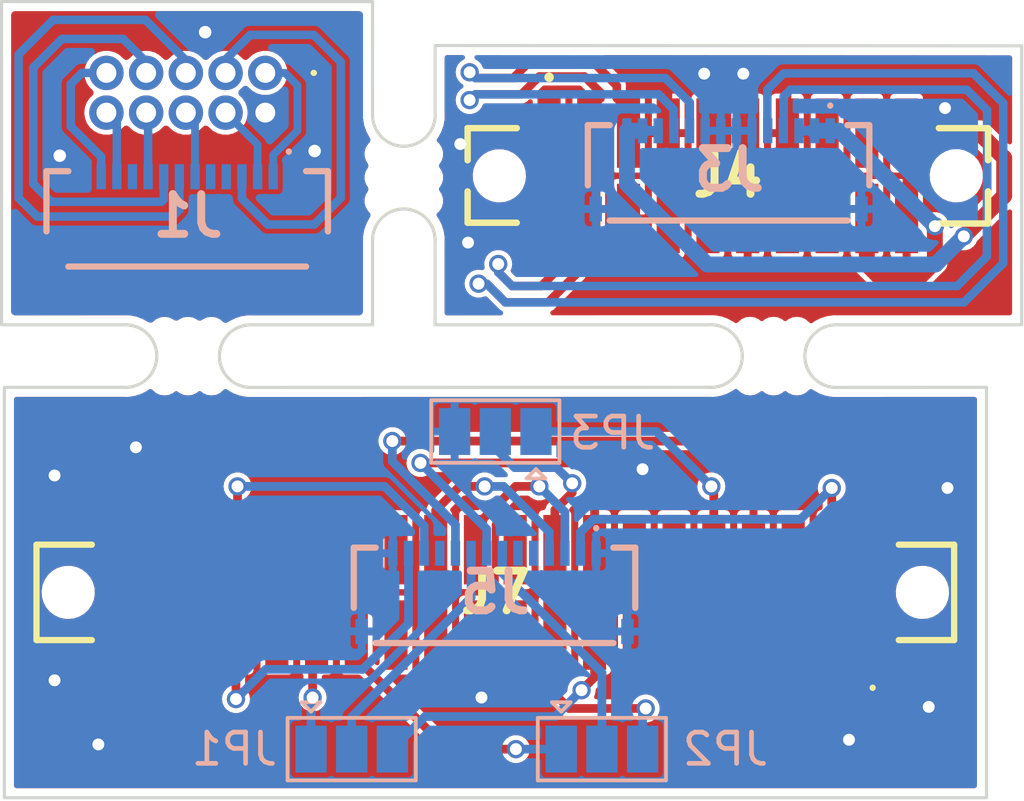
<source format=kicad_pcb>
(kicad_pcb (version 20221018) (generator pcbnew)
  (layers (0 "F.Cu" signal) (31 "B.Cu" signal) (34 "B.Paste" user) (35 "F.Paste" user) (36 "B.SilkS" user "B.Silkscreen") (37 "F.SilkS" user "F.Silkscreen") (38 "B.Mask" user) (39 "F.Mask" user) (44 "Edge.Cuts" user))
  (net 0 "")
  (net 1 "GND")
  (net 2 "DAC0")
  (net 3 "RX")
  (net 4 "TX")
  (net 7 "JETSON_RX")
  (net 8 "JETSON_XCK")
  (net 9 "JETSON_TX")
  (net 10 "AIN5")
  (net 12 "SDA2_JETSON")
  (net 13 "SCL2_JETSON")
  (net 14 "Net-(J3-Pad1)")
  (net 15 "/P2+")
  (net 16 "/P2-")
  (net 17 "/P1-")
  (net 18 "/P1+")
  (net 19 "Net-(J3-Pad12)")
  (net 28 "DAC0_1")
  (net 29 "RX_1")
  (net 30 "TX_1")
  (net 33 "JETSON_RX_1")
  (net 34 "JETSON_XCK_1")
  (net 35 "JETSON_TX_1")
  (net 36 "AIN5_1")
  (net 38 "SDA2_JETSON_1")
  (net 39 "SCL2_JETSON_1")
  (net 43 "Net-(JP3-A)")
  (net 48 "Net-(JP1-B)")
  (net 49 "Net-(JP2-B)")
  (net 50 "Net-(JP3-C)")
  (net 57 "Net-(JP2-A)")
  (net 59 "Net-(JP1-A)")
  (net 69 "GND2")
  (net 70 "GND1")
  (footprint "Panelization:mouse-bite-2mm-slot" (layer "F.Cu") (at 172.83 62.42206)
    (fp_text reference "mouse-bite-2mm-slot" hide)
    (fp_text value "VAL**" hide)
    (pad "" np_thru_hole circle (at -0.75 -0.75) (size 0.5 0.5) (drill 0.5) (layers "*.Cu" "*.Mask"))
    (pad "" np_thru_hole circle (at -0.75 0.75) (size 0.5 0.5) (drill 0.5) (layers "*.Cu" "*.Mask"))
    (pad "" np_thru_hole circle (at 0 -0.75) (size 0.5 0.5) (drill 0.5) (layers "*.Cu" "*.Mask"))
    (pad "" np_thru_hole circle (at 0 0.75) (size 0.5 0.5) (drill 0.5) (layers "*.Cu" "*.Mask"))
    (pad "" np_thru_hole circle (at 0.75 -0.75) (size 0.5 0.5) (drill 0.5) (layers "*.Cu" "*.Mask"))
    (pad "" np_thru_hole circle (at 0.75 0.75) (size 0.5 0.5) (drill 0.5) (layers "*.Cu" "*.Mask"))
  )
  (footprint "Panelization:mouse-bite-2mm-slot" (layer "F.Cu") (at 161.01 56.71 90)
    (fp_text reference "mouse-bite-2mm-slot" hide)
    (fp_text value "VAL**" hide)
    (pad "" np_thru_hole circle (at -0.75 -0.75 90) (size 0.5 0.5) (drill 0.5) (layers "F&B.Cu" "*.Mask"))
    (pad "" np_thru_hole circle (at -0.75 0.75 90) (size 0.5 0.5) (drill 0.5) (layers "F&B.Cu" "*.Mask"))
    (pad "" np_thru_hole circle (at 0 -0.75 90) (size 0.5 0.5) (drill 0.5) (layers "F&B.Cu" "*.Mask"))
    (pad "" np_thru_hole circle (at 0 0.75 90) (size 0.5 0.5) (drill 0.5) (layers "F&B.Cu" "*.Mask"))
    (pad "" np_thru_hole circle (at 0.75 -0.75 90) (size 0.5 0.5) (drill 0.5) (layers "F&B.Cu" "*.Mask"))
    (pad "" np_thru_hole circle (at 0.75 0.75 90) (size 0.5 0.5) (drill 0.5) (layers "F&B.Cu" "*.Mask"))
  )
  (footprint "Panelization:mouse-bite-2mm-slot" (layer "F.Cu") (at 154.108858 62.42206)
    (fp_text reference "mouse-bite-2mm-slot" hide)
    (fp_text value "VAL**" hide)
    (pad "" np_thru_hole circle (at -0.75 -0.75) (size 0.5 0.5) (drill 0.5) (layers "F&B.Cu" "*.Mask"))
    (pad "" np_thru_hole circle (at -0.75 0.75) (size 0.5 0.5) (drill 0.5) (layers "F&B.Cu" "*.Mask"))
    (pad "" np_thru_hole circle (at 0 -0.75) (size 0.5 0.5) (drill 0.5) (layers "F&B.Cu" "*.Mask"))
    (pad "" np_thru_hole circle (at 0 0.75) (size 0.5 0.5) (drill 0.5) (layers "F&B.Cu" "*.Mask"))
    (pad "" np_thru_hole circle (at 0.75 -0.75) (size 0.5 0.5) (drill 0.5) (layers "F&B.Cu" "*.Mask"))
    (pad "" np_thru_hole circle (at 0.75 0.75) (size 0.5 0.5) (drill 0.5) (layers "F&B.Cu" "*.Mask"))
  )
  (footprint "SamacSys_Parts:SFM11002LDLCK" (layer "F.Cu") (at 171.368958 56.65597 180)
    (fp_text reference "J4" (at 0 0) (layer "F.SilkS") (effects (font (size 1.27 1.27) (thickness 0.254))))
    (fp_text value "SFM-110-02-L-D-LC-K" hide)
    (pad "" np_thru_hole circle (at -7.305 0 180) (size 1.19 1.19) (drill 1.19) (layers "*.Cu" "*.Mask"))
    (pad "" np_thru_hole circle (at 7.305 0 180) (size 1.19 1.19) (drill 1.19) (layers "*.Cu" "*.Mask"))
    (pad "1" smd rect (at 5.715 1.365 180) (size 0.74 2.22) (layers "F.Cu" "F.Paste" "F.Mask") (net 69 "GND2"))
    (pad "2" smd rect (at 5.715 -1.365 180) (size 0.74 2.22) (layers "F.Cu" "F.Paste" "F.Mask") (net 15 "/P2+"))
    (pad "3" smd rect (at 4.445 1.365 180) (size 0.74 2.22) (layers "F.Cu" "F.Paste" "F.Mask") (net 18 "/P1+"))
    (pad "4" smd rect (at 4.445 -1.365 180) (size 0.74 2.22) (layers "F.Cu" "F.Paste" "F.Mask") (net 16 "/P2-"))
    (pad "5" smd rect (at 3.175 1.365 180) (size 0.74 2.22) (layers "F.Cu" "F.Paste" "F.Mask") (net 17 "/P1-"))
    (pad "6" smd rect (at 3.175 -1.365 180) (size 0.74 2.22) (layers "F.Cu" "F.Paste" "F.Mask") (net 69 "GND2"))
    (pad "7" smd rect (at 1.905 1.365 180) (size 0.74 2.22) (layers "F.Cu" "F.Paste" "F.Mask") (net 69 "GND2"))
    (pad "8" smd rect (at 1.905 -1.365 180) (size 0.74 2.22) (layers "F.Cu" "F.Paste" "F.Mask"))
    (pad "9" smd rect (at 0.635 1.365 180) (size 0.74 2.22) (layers "F.Cu" "F.Paste" "F.Mask"))
    (pad "10" smd rect (at 0.635 -1.365 180) (size 0.74 2.22) (layers "F.Cu" "F.Paste" "F.Mask"))
    (pad "11" smd rect (at -0.635 1.365 180) (size 0.74 2.22) (layers "F.Cu" "F.Paste" "F.Mask"))
    (pad "12" smd rect (at -0.635 -1.365 180) (size 0.74 2.22) (layers "F.Cu" "F.Paste" "F.Mask") (net 69 "GND2"))
    (pad "13" smd rect (at -1.905 1.365 180) (size 0.74 2.22) (layers "F.Cu" "F.Paste" "F.Mask") (net 69 "GND2"))
    (pad "14" smd rect (at -1.905 -1.365 180) (size 0.74 2.22) (layers "F.Cu" "F.Paste" "F.Mask"))
    (pad "15" smd rect (at -3.175 1.365 180) (size 0.74 2.22) (layers "F.Cu" "F.Paste" "F.Mask"))
    (pad "16" smd rect (at -3.175 -1.365 180) (size 0.74 2.22) (layers "F.Cu" "F.Paste" "F.Mask"))
    (pad "17" smd rect (at -4.445 1.365 180) (size 0.74 2.22) (layers "F.Cu" "F.Paste" "F.Mask"))
    (pad "18" smd rect (at -4.445 -1.365 180) (size 0.74 2.22) (layers "F.Cu" "F.Paste" "F.Mask") (net 14 "Net-(J3-Pad1)"))
    (pad "19" smd rect (at -5.715 1.365 180) (size 0.74 2.22) (layers "F.Cu" "F.Paste" "F.Mask") (net 19 "Net-(J3-Pad12)"))
    (pad "20" smd rect (at -5.715 -1.365 180) (size 0.74 2.22) (layers "F.Cu" "F.Paste" "F.Mask") (net 69 "GND2"))
  )
  (footprint "SamacSys_Parts:TFML10501LDRA" (layer "F.Cu") (at 156.581258 53.366208)
    (fp_text reference "J2" hide)
    (fp_text value "TFML-105-01-L-D-RA" hide)
    (pad "1" thru_hole circle (at 0 0) (size 1.1 1.1) (drill 0.635) (layers "*.Cu" "*.Mask") (net 2 "DAC0"))
    (pad "2" thru_hole circle (at 0 1.27) (size 1.1 1.1) (drill 0.635) (layers "*.Cu" "*.Mask") (net 1 "GND"))
    (pad "3" thru_hole circle (at -1.27 0) (size 1.1 1.1) (drill 0.635) (layers "*.Cu" "*.Mask") (net 4 "TX"))
    (pad "4" thru_hole circle (at -1.27 1.27) (size 1.1 1.1) (drill 0.635) (layers "*.Cu" "*.Mask") (net 3 "RX"))
    (pad "5" thru_hole circle (at -2.54 0) (size 1.1 1.1) (drill 0.635) (layers "*.Cu" "*.Mask") (net 8 "JETSON_XCK"))
    (pad "6" thru_hole circle (at -2.54 1.27) (size 1.1 1.1) (drill 0.635) (layers "*.Cu" "*.Mask") (net 7 "JETSON_RX"))
    (pad "7" thru_hole circle (at -3.81 0) (size 1.1 1.1) (drill 0.635) (layers "*.Cu" "*.Mask") (net 9 "JETSON_TX"))
    (pad "8" thru_hole circle (at -3.81 1.27) (size 1.1 1.1) (drill 0.635) (layers "*.Cu" "*.Mask") (net 10 "AIN5"))
    (pad "9" thru_hole circle (at -5.08 0) (size 1.1 1.1) (drill 0.635) (layers "*.Cu" "*.Mask") (net 13 "SCL2_JETSON"))
    (pad "10" thru_hole circle (at -5.08 1.27) (size 1.1 1.1) (drill 0.635) (layers "*.Cu" "*.Mask") (net 12 "SDA2_JETSON"))
  )
  (footprint "SamacSys_Parts:SFM12002LDLCK" (layer "F.Cu") (at 163.935 69.975)
    (fp_text reference "J7" (at 0 0) (layer "F.SilkS") (effects (font (size 1.27 1.27) (thickness 0.254))))
    (fp_text value "SFM-120-02-L-D-LC-K" hide)
    (pad "" np_thru_hole circle (at -13.655 0) (size 1.19 1.19) (drill 1.19) (layers "*.Cu" "*.Mask"))
    (pad "" np_thru_hole circle (at 13.655 0) (size 1.19 1.19) (drill 1.19) (layers "*.Cu" "*.Mask"))
    (pad "1" smd rect (at 12.065 1.365) (size 0.74 2.22) (layers "F.Cu" "F.Paste" "F.Mask") (net 70 "GND1"))
    (pad "2" smd rect (at 12.065 -1.365) (size 0.74 2.22) (layers "F.Cu" "F.Paste" "F.Mask") (net 70 "GND1"))
    (pad "3" smd rect (at 10.795 1.365) (size 0.74 2.22) (layers "F.Cu" "F.Paste" "F.Mask") (net 36 "AIN5_1"))
    (pad "4" smd rect (at 10.795 -1.365) (size 0.74 2.22) (layers "F.Cu" "F.Paste" "F.Mask") (net 28 "DAC0_1"))
    (pad "5" smd rect (at 9.525 1.365) (size 0.74 2.22) (layers "F.Cu" "F.Paste" "F.Mask"))
    (pad "6" smd rect (at 9.525 -1.365) (size 0.74 2.22) (layers "F.Cu" "F.Paste" "F.Mask"))
    (pad "7" smd rect (at 8.255 1.365) (size 0.74 2.22) (layers "F.Cu" "F.Paste" "F.Mask") (net 70 "GND1"))
    (pad "8" smd rect (at 8.255 -1.365) (size 0.74 2.22) (layers "F.Cu" "F.Paste" "F.Mask") (net 70 "GND1"))
    (pad "9" smd rect (at 6.985 1.365) (size 0.74 2.22) (layers "F.Cu" "F.Paste" "F.Mask"))
    (pad "10" smd rect (at 6.985 -1.365) (size 0.74 2.22) (layers "F.Cu" "F.Paste" "F.Mask") (net 43 "Net-(JP3-A)"))
    (pad "11" smd rect (at 5.715 1.365) (size 0.74 2.22) (layers "F.Cu" "F.Paste" "F.Mask"))
    (pad "12" smd rect (at 5.715 -1.365) (size 0.74 2.22) (layers "F.Cu" "F.Paste" "F.Mask"))
    (pad "13" smd rect (at 4.445 1.365) (size 0.74 2.22) (layers "F.Cu" "F.Paste" "F.Mask"))
    (pad "14" smd rect (at 4.445 -1.365) (size 0.74 2.22) (layers "F.Cu" "F.Paste" "F.Mask"))
    (pad "15" smd rect (at 3.175 1.365) (size 0.74 2.22) (layers "F.Cu" "F.Paste" "F.Mask") (net 48 "Net-(JP1-B)"))
    (pad "16" smd rect (at 3.175 -1.365) (size 0.74 2.22) (layers "F.Cu" "F.Paste" "F.Mask") (net 34 "JETSON_XCK_1"))
    (pad "17" smd rect (at 1.905 1.365) (size 0.74 2.22) (layers "F.Cu" "F.Paste" "F.Mask") (net 49 "Net-(JP2-B)"))
    (pad "18" smd rect (at 1.905 -1.365) (size 0.74 2.22) (layers "F.Cu" "F.Paste" "F.Mask") (net 50 "Net-(JP3-C)"))
    (pad "19" smd rect (at 0.635 1.365) (size 0.74 2.22) (layers "F.Cu" "F.Paste" "F.Mask"))
    (pad "20" smd rect (at 0.635 -1.365) (size 0.74 2.22) (layers "F.Cu" "F.Paste" "F.Mask"))
    (pad "21" smd rect (at -0.635 1.365) (size 0.74 2.22) (layers "F.Cu" "F.Paste" "F.Mask"))
    (pad "22" smd rect (at -0.635 -1.365) (size 0.74 2.22) (layers "F.Cu" "F.Paste" "F.Mask") (net 29 "RX_1"))
    (pad "23" smd rect (at -1.905 1.365) (size 0.74 2.22) (layers "F.Cu" "F.Paste" "F.Mask"))
    (pad "24" smd rect (at -1.905 -1.365) (size 0.74 2.22) (layers "F.Cu" "F.Paste" "F.Mask") (net 30 "TX_1"))
    (pad "25" smd rect (at -3.175 1.365) (size 0.74 2.22) (layers "F.Cu" "F.Paste" "F.Mask"))
    (pad "26" smd rect (at -3.175 -1.365) (size 0.74 2.22) (layers "F.Cu" "F.Paste" "F.Mask"))
    (pad "27" smd rect (at -4.445 1.365) (size 0.74 2.22) (layers "F.Cu" "F.Paste" "F.Mask") (net 57 "Net-(JP2-A)"))
    (pad "28" smd rect (at -4.445 -1.365) (size 0.74 2.22) (layers "F.Cu" "F.Paste" "F.Mask"))
    (pad "29" smd rect (at -5.715 1.365) (size 0.74 2.22) (layers "F.Cu" "F.Paste" "F.Mask") (net 59 "Net-(JP1-A)"))
    (pad "30" smd rect (at -5.715 -1.365) (size 0.74 2.22) (layers "F.Cu" "F.Paste" "F.Mask"))
    (pad "31" smd rect (at -6.985 1.365) (size 0.74 2.22) (layers "F.Cu" "F.Paste" "F.Mask"))
    (pad "32" smd rect (at -6.985 -1.365) (size 0.74 2.22) (layers "F.Cu" "F.Paste" "F.Mask"))
    (pad "33" smd rect (at -8.255 1.365) (size 0.74 2.22) (layers "F.Cu" "F.Paste" "F.Mask") (net 39 "SCL2_JETSON_1"))
    (pad "34" smd rect (at -8.255 -1.365) (size 0.74 2.22) (layers "F.Cu" "F.Paste" "F.Mask") (net 38 "SDA2_JETSON_1"))
    (pad "35" smd rect (at -9.525 1.365) (size 0.74 2.22) (layers "F.Cu" "F.Paste" "F.Mask"))
    (pad "36" smd rect (at -9.525 -1.365) (size 0.74 2.22) (layers "F.Cu" "F.Paste" "F.Mask"))
    (pad "37" smd rect (at -10.795 1.365) (size 0.74 2.22) (layers "F.Cu" "F.Paste" "F.Mask"))
    (pad "38" smd rect (at -10.795 -1.365) (size 0.74 2.22) (layers "F.Cu" "F.Paste" "F.Mask"))
    (pad "39" smd rect (at -12.065 1.365) (size 0.74 2.22) (layers "F.Cu" "F.Paste" "F.Mask"))
    (pad "40" smd rect (at -12.065 -1.365) (size 0.74 2.22) (layers "F.Cu" "F.Paste" "F.Mask"))
  )
  (footprint "Jumper:SolderJumper-3_P1.3mm_Open_Pad1.0x1.5mm" (layer "B.Cu") (at 167.3431 74.9869)
    (fp_text reference "JP2" (at 3.95 0) (layer "B.SilkS") (effects (justify mirror)))
    (fp_text value "SolderJumper_3_Open")
    (pad "1" smd rect (at -1.3 0) (size 1 1.5) (layers "B.Cu" "B.Mask") (net 57 "Net-(JP2-A)"))
    (pad "2" smd rect (at 0 0) (size 1 1.5) (layers "B.Cu" "B.Mask") (net 33 "JETSON_RX_1"))
    (pad "3" smd rect (at 1.3 0) (size 1 1.5) (layers "B.Cu" "B.Mask") (net 49 "Net-(JP2-B)"))
  )
  (footprint "Jumper:SolderJumper-3_P1.3mm_Open_Pad1.0x1.5mm" (layer "B.Cu") (at 159.3431 74.9869)
    (fp_text reference "JP1" (at -3.75 0) (layer "B.SilkS") (effects (justify mirror)))
    (fp_text value "SolderJumper_3_Open")
    (pad "1" smd rect (at -1.3 0) (size 1 1.5) (layers "B.Cu" "B.Mask") (net 59 "Net-(JP1-A)"))
    (pad "2" smd rect (at 0 0) (size 1 1.5) (layers "B.Cu" "B.Mask") (net 35 "JETSON_TX_1"))
    (pad "3" smd rect (at 1.3 0) (size 1 1.5) (layers "B.Cu" "B.Mask") (net 48 "Net-(JP1-B)"))
  )
  (footprint "SamacSys_Parts:F3311A7H121014E200" (layer "B.Cu") (at 154.083858 58.032608 180)
    (fp_text reference "J1" (at -0.025 0.095) (layer "B.SilkS") (effects (font (size 1.27 1.27) (thickness 0.254)) (justify mirror)))
    (fp_text value "PYCUBED" hide)
    (pad "1" smd rect (at -3.25 1.345 180) (size 0.3 0.8) (layers "B.Cu" "B.Paste" "B.Mask") (net 1 "GND"))
    (pad "2" smd rect (at -2.75 1.345 180) (size 0.3 0.8) (layers "B.Cu" "B.Paste" "B.Mask") (net 2 "DAC0"))
    (pad "3" smd rect (at -2.25 1.345 180) (size 0.3 0.8) (layers "B.Cu" "B.Paste" "B.Mask") (net 3 "RX"))
    (pad "4" smd rect (at -1.75 1.345 180) (size 0.3 0.8) (layers "B.Cu" "B.Paste" "B.Mask") (net 4 "TX"))
    (pad "5" smd rect (at -1.25 1.345 180) (size 0.3 0.8) (layers "B.Cu" "B.Paste" "B.Mask"))
    (pad "6" smd rect (at -0.75 1.345 180) (size 0.3 0.8) (layers "B.Cu" "B.Paste" "B.Mask"))
    (pad "7" smd rect (at -0.25 1.345 180) (size 0.3 0.8) (layers "B.Cu" "B.Paste" "B.Mask") (net 7 "JETSON_RX"))
    (pad "8" smd rect (at 0.25 1.345 180) (size 0.3 0.8) (layers "B.Cu" "B.Paste" "B.Mask") (net 8 "JETSON_XCK"))
    (pad "9" smd rect (at 0.75 1.345 180) (size 0.3 0.8) (layers "B.Cu" "B.Paste" "B.Mask") (net 9 "JETSON_TX"))
    (pad "10" smd rect (at 1.25 1.345 180) (size 0.3 0.8) (layers "B.Cu" "B.Paste" "B.Mask") (net 10 "AIN5"))
    (pad "11" smd rect (at 1.75 1.345 180) (size 0.3 0.8) (layers "B.Cu" "B.Paste" "B.Mask"))
    (pad "12" smd rect (at 2.25 1.345 180) (size 0.3 0.8) (layers "B.Cu" "B.Paste" "B.Mask") (net 12 "SDA2_JETSON"))
    (pad "13" smd rect (at 2.75 1.345 180) (size 0.3 0.8) (layers "B.Cu" "B.Paste" "B.Mask") (net 13 "SCL2_JETSON"))
    (pad "14" smd rect (at 3.25 1.345 180) (size 0.3 0.8) (layers "B.Cu" "B.Paste" "B.Mask") (net 1 "GND"))
    (pad "MP1" smd rect (at -4.25 -1.155 180) (size 0.4 0.8) (layers "B.Cu" "B.Paste" "B.Mask") (net 1 "GND"))
    (pad "MP2" smd rect (at 4.25 -1.155 180) (size 0.4 0.8) (layers "B.Cu" "B.Paste" "B.Mask") (net 1 "GND"))
  )
  (footprint "SamacSys_Parts:F3311A7H121014E200" (layer "B.Cu") (at 163.91 70.07 180)
    (fp_text reference "J5" (at -0.025 0.095) (layer "B.SilkS") (effects (font (size 1.27 1.27) (thickness 0.254)) (justify mirror)))
    (fp_text value "PYCUBED" hide)
    (pad "1" smd rect (at -3.25 1.345 180) (size 0.3 0.8) (layers "B.Cu" "B.Paste" "B.Mask") (net 70 "GND1"))
    (pad "2" smd rect (at -2.75 1.345 180) (size 0.3 0.8) (layers "B.Cu" "B.Paste" "B.Mask") (net 28 "DAC0_1"))
    (pad "3" smd rect (at -2.25 1.345 180) (size 0.3 0.8) (layers "B.Cu" "B.Paste" "B.Mask") (net 29 "RX_1"))
    (pad "4" smd rect (at -1.75 1.345 180) (size 0.3 0.8) (layers "B.Cu" "B.Paste" "B.Mask") (net 30 "TX_1"))
    (pad "5" smd rect (at -1.25 1.345 180) (size 0.3 0.8) (layers "B.Cu" "B.Paste" "B.Mask"))
    (pad "6" smd rect (at -0.75 1.345 180) (size 0.3 0.8) (layers "B.Cu" "B.Paste" "B.Mask"))
    (pad "7" smd rect (at -0.25 1.345 180) (size 0.3 0.8) (layers "B.Cu" "B.Paste" "B.Mask") (net 33 "JETSON_RX_1"))
    (pad "8" smd rect (at 0.25 1.345 180) (size 0.3 0.8) (layers "B.Cu" "B.Paste" "B.Mask") (net 34 "JETSON_XCK_1"))
    (pad "9" smd rect (at 0.75 1.345 180) (size 0.3 0.8) (layers "B.Cu" "B.Paste" "B.Mask") (net 35 "JETSON_TX_1"))
    (pad "10" smd rect (at 1.25 1.345 180) (size 0.3 0.8) (layers "B.Cu" "B.Paste" "B.Mask") (net 36 "AIN5_1"))
    (pad "11" smd rect (at 1.75 1.345 180) (size 0.3 0.8) (layers "B.Cu" "B.Paste" "B.Mask"))
    (pad "12" smd rect (at 2.25 1.345 180) (size 0.3 0.8) (layers "B.Cu" "B.Paste" "B.Mask") (net 38 "SDA2_JETSON_1"))
    (pad "13" smd rect (at 2.75 1.345 180) (size 0.3 0.8) (layers "B.Cu" "B.Paste" "B.Mask") (net 39 "SCL2_JETSON_1"))
    (pad "14" smd rect (at 3.25 1.345 180) (size 0.3 0.8) (layers "B.Cu" "B.Paste" "B.Mask") (net 70 "GND1"))
    (pad "MP1" smd rect (at -4.25 -1.155 180) (size 0.4 0.8) (layers "B.Cu" "B.Paste" "B.Mask") (net 70 "GND1"))
    (pad "MP2" smd rect (at 4.25 -1.155 180) (size 0.4 0.8) (layers "B.Cu" "B.Paste" "B.Mask") (net 70 "GND1"))
  )
  (footprint "SamacSys_Parts:F3311A7H121014E200" (layer "B.Cu") (at 171.393958 56.56097 180)
    (fp_text reference "J3" (at -0.025 0.095) (layer "B.SilkS") (effects (font (size 1.27 1.27) (thickness 0.254)) (justify mirror)))
    (fp_text value "F3311A7H121014E200" hide)
    (pad "1" smd rect (at -3.25 1.345 180) (size 0.3 0.8) (layers "B.Cu" "B.Paste" "B.Mask") (net 14 "Net-(J3-Pad1)"))
    (pad "2" smd rect (at -2.75 1.345 180) (size 0.3 0.8) (layers "B.Cu" "B.Paste" "B.Mask") (net 14 "Net-(J3-Pad1)"))
    (pad "3" smd rect (at -2.25 1.345 180) (size 0.3 0.8) (layers "B.Cu" "B.Paste" "B.Mask") (net 14 "Net-(J3-Pad1)"))
    (pad "4" smd rect (at -1.75 1.345 180) (size 0.3 0.8) (layers "B.Cu" "B.Paste" "B.Mask") (net 15 "/P2+"))
    (pad "5" smd rect (at -1.25 1.345 180) (size 0.3 0.8) (layers "B.Cu" "B.Paste" "B.Mask") (net 16 "/P2-"))
    (pad "6" smd rect (at -0.75 1.345 180) (size 0.3 0.8) (layers "B.Cu" "B.Paste" "B.Mask") (net 69 "GND2"))
    (pad "7" smd rect (at -0.25 1.345 180) (size 0.3 0.8) (layers "B.Cu" "B.Paste" "B.Mask") (net 69 "GND2"))
    (pad "8" smd rect (at 0.25 1.345 180) (size 0.3 0.8) (layers "B.Cu" "B.Paste" "B.Mask") (net 69 "GND2"))
    (pad "9" smd rect (at 0.75 1.345 180) (size 0.3 0.8) (layers "B.Cu" "B.Paste" "B.Mask") (net 69 "GND2"))
    (pad "10" smd rect (at 1.25 1.345 180) (size 0.3 0.8) (layers "B.Cu" "B.Paste" "B.Mask") (net 17 "/P1-"))
    (pad "11" smd rect (at 1.75 1.345 180) (size 0.3 0.8) (layers "B.Cu" "B.Paste" "B.Mask") (net 18 "/P1+"))
    (pad "12" smd rect (at 2.25 1.345 180) (size 0.3 0.8) (layers "B.Cu" "B.Paste" "B.Mask") (net 19 "Net-(J3-Pad12)"))
    (pad "13" smd rect (at 2.75 1.345 180) (size 0.3 0.8) (layers "B.Cu" "B.Paste" "B.Mask") (net 19 "Net-(J3-Pad12)"))
    (pad "14" smd rect (at 3.25 1.345 180) (size 0.3 0.8) (layers "B.Cu" "B.Paste" "B.Mask") (net 19 "Net-(J3-Pad12)"))
    (pad "MP1" smd rect (at -4.25 -1.155 180) (size 0.4 0.8) (layers "B.Cu" "B.Paste" "B.Mask") (net 69 "GND2"))
    (pad "MP2" smd rect (at 4.25 -1.155 180) (size 0.4 0.8) (layers "B.Cu" "B.Paste" "B.Mask") (net 69 "GND2"))
  )
  (footprint "Jumper:SolderJumper-3_P1.3mm_Open_Pad1.0x1.5mm" (layer "B.Cu") (at 163.935 64.8325 180)
    (fp_text reference "JP3" (at -3.75 -0.05) (layer "B.SilkS") (effects (justify mirror)))
    (fp_text value "SolderJumper_3_Open")
    (pad "1" smd rect (at -1.3 0 180) (size 1 1.5) (layers "B.Cu" "B.Mask") (net 43 "Net-(JP3-A)"))
    (pad "2" smd rect (at 0 0 180) (size 1 1.5) (layers "B.Cu" "B.Mask") (net 50 "Net-(JP3-C)"))
    (pad "3" smd rect (at 1.3 0 180) (size 1 1.5) (layers "B.Cu" "B.Mask") (net 70 "GND1"))
  )
  (gr_line (start 152.124133 61.420001) (end 148.148458 61.420001) (stroke (width 0.1)) (layer "Edge.Cuts"))
  (gr_line (start 160.01 54.71) (end 160.010258 51.085008) (stroke (width 0.1)) (layer "Edge.Cuts"))
  (gr_line (start 179.64 63.42) (end 174.815723 63.422133) (stroke (width 0.1)) (layer "Edge.Cuts"))
  (gr_line (start 162.01 61.420001) (end 170.844277 61.420001) (stroke (width 0.1)) (layer "Edge.Cuts"))
  (gr_line (start 179.64 76.54) (end 148.24 76.54) (stroke (width 0.1)) (layer "Edge.Cuts"))
  (gr_line (start 148.148458 51.085008) (end 160.010258 51.085008) (stroke (width 0.1)) (layer "Edge.Cuts"))
  (gr_line (start 179.64 63.42) (end 179.64 76.54) (stroke (width 0.1)) (layer "Edge.Cuts"))
  (gr_line (start 162.01 52.49097) (end 162.01 54.73) (stroke (width 0.1)) (layer "Edge.Cuts"))
  (gr_arc (start 160.01 58.7) (mid 161.032133 57.714421) (end 162.00965 58.744267) (stroke (width 0.1)) (layer "Edge.Cuts"))
  (gr_line (start 148.148458 51.085008) (end 148.148458 61.420001) (stroke (width 0.1)) (layer "Edge.Cuts"))
  (gr_line (start 148.24 76.54) (end 148.24 63.42) (stroke (width 0.1)) (layer "Edge.Cuts"))
  (gr_arc (start 174.815723 63.422133) (mid 173.830144 62.4) (end 174.85999 61.422483) (stroke (width 0.1)) (layer "Edge.Cuts"))
  (gr_arc (start 156.095579 63.422133) (mid 155.11 62.4) (end 156.139846 61.422483) (stroke (width 0.1)) (layer "Edge.Cuts"))
  (gr_line (start 160.01 61.420001) (end 160.01 58.7) (stroke (width 0.1)) (layer "Edge.Cuts"))
  (gr_line (start 156.095579 63.422133) (end 170.80001 63.419651) (stroke (width 0.1)) (layer "Edge.Cuts"))
  (gr_arc (start 162.014173 54.728583) (mid 161.002841 55.716376) (end 160.01 54.71) (stroke (width 0.1)) (layer "Edge.Cuts"))
  (gr_line (start 162.01 61.420001) (end 162.00965 58.744267) (stroke (width 0.1)) (layer "Edge.Cuts"))
  (gr_line (start 148.24 63.42) (end 152.07 63.42) (stroke (width 0.1)) (layer "Edge.Cuts"))
  (gr_line (start 180.763958 61.420001) (end 174.85999 61.420001) (stroke (width 0.1)) (layer "Edge.Cuts"))
  (gr_line (start 180.763958 52.5) (end 180.763958 61.420001) (stroke (width 0.1)) (layer "Edge.Cuts"))
  (gr_arc (start 170.844277 61.420001) (mid 171.829856 62.442134) (end 170.80001 63.419651) (stroke (width 0.1)) (layer "Edge.Cuts"))
  (gr_line (start 162.01 52.49097) (end 180.76 52.5) (stroke (width 0.1)) (layer "Edge.Cuts"))
  (gr_line (start 160.01 61.420001) (end 156.139846 61.420001) (stroke (width 0.1)) (layer "Edge.Cuts"))
  (gr_arc (start 152.124133 61.420001) (mid 153.109712 62.442134) (end 152.079866 63.419651) (stroke (width 0.1)) (layer "Edge.Cuts"))
  (via (at 158.158058 55.863208) (size 0.8) (drill 0.4) (layers "F.Cu" "B.Cu") (net 1))
  (via (at 154.658058 52.063208) (size 0.8) (drill 0.4) (layers "F.Cu" "B.Cu") (net 1))
  (via (at 150.008058 56.013208) (size 0.8) (drill 0.4) (layers "F.Cu" "B.Cu") (net 1))
  (segment (start 156.757658 54.812608) (end 156.581258 54.636208) (width 0.27178) (layer "B.Cu") (net 1))
  (segment (start 156.333858 54.883608) (end 156.581258 54.636208) (width 0.27178) (layer "B.Cu") (net 1))
  (segment (start 157.211058 53.366208) (end 157.608058 53.763208) (width 0.25) (layer "B.Cu") (net 2))
  (segment (start 156.833858 55.987608) (end 156.833858 56.687608) (width 0.25) (layer "B.Cu") (net 2))
  (segment (start 156.581258 53.366208) (end 157.211058 53.366208) (width 0.25) (layer "B.Cu") (net 2))
  (segment (start 157.608058 53.763208) (end 157.608058 55.213408) (width 0.25) (layer "B.Cu") (net 2))
  (segment (start 157.608058 55.213408) (end 156.833858 55.987608) (width 0.25) (layer "B.Cu") (net 2))
  (segment (start 155.311258 54.636208) (end 156.333858 55.658808) (width 0.25) (layer "B.Cu") (net 3))
  (segment (start 156.333858 55.658808) (end 156.333858 56.687608) (width 0.25) (layer "B.Cu") (net 3))
  (segment (start 156.659458 58.213208) (end 158.144258 58.213208) (width 0.27178) (layer "B.Cu") (net 4))
  (segment (start 158.994258 57.363208) (end 158.994258 53.015408) (width 0.27178) (layer "B.Cu") (net 4))
  (segment (start 158.144258 58.213208) (end 158.994258 57.363208) (width 0.27178) (layer "B.Cu") (net 4))
  (segment (start 155.311258 52.939208) (end 155.311258 53.366208) (width 0.27178) (layer "B.Cu") (net 4))
  (segment (start 155.833858 56.687608) (end 155.833858 57.387608) (width 0.27178) (layer "B.Cu") (net 4))
  (segment (start 156.098658 52.151808) (end 155.311258 52.939208) (width 0.27178) (layer "B.Cu") (net 4))
  (segment (start 155.833858 57.387608) (end 156.659458 58.213208) (width 0.27178) (layer "B.Cu") (net 4))
  (segment (start 158.130658 52.151808) (end 156.098658 52.151808) (width 0.27178) (layer "B.Cu") (net 4))
  (segment (start 158.994258 53.015408) (end 158.130658 52.151808) (width 0.27178) (layer "B.Cu") (net 4))
  (segment (start 154.041258 54.636208) (end 154.333858 54.928808) (width 0.25) (layer "B.Cu") (net 7))
  (segment (start 154.333858 54.928808) (end 154.333858 56.687608) (width 0.25) (layer "B.Cu") (net 7))
  (segment (start 154.041258 52.964608) (end 154.041258 53.366208) (width 0.27178) (layer "B.Cu") (net 8))
  (segment (start 148.692678 57.363208) (end 148.692678 52.775988) (width 0.27178) (layer "B.Cu") (net 8))
  (segment (start 148.692678 57.363208) (end 149.287768 57.958298) (width 0.27178) (layer "B.Cu") (net 8))
  (segment (start 149.287768 57.958298) (end 153.612968 57.958298) (width 0.27178) (layer "B.Cu") (net 8))
  (segment (start 153.833858 57.737408) (end 153.833858 56.687608) (width 0.27178) (layer "B.Cu") (net 8))
  (segment (start 148.692678 52.775988) (end 149.799458 51.669208) (width 0.27178) (layer "B.Cu") (net 8))
  (segment (start 153.612968 57.958298) (end 153.833858 57.737408) (width 0.27178) (layer "B.Cu") (net 8))
  (segment (start 149.799458 51.669208) (end 152.745858 51.669208) (width 0.27178) (layer "B.Cu") (net 8))
  (segment (start 152.745858 51.669208) (end 154.041258 52.964608) (width 0.27178) (layer "B.Cu") (net 8))
  (segment (start 153.333858 57.409388) (end 153.333858 56.687608) (width 0.27178) (layer "B.Cu") (net 9))
  (segment (start 149.164458 56.913208) (end 149.737768 57.486518) (width 0.27178) (layer "B.Cu") (net 9))
  (segment (start 152.771258 53.366208) (end 152.771258 53.015408) (width 0.27178) (layer "B.Cu") (net 9))
  (segment (start 153.256728 57.486518) (end 153.333858 57.409388) (width 0.27178) (layer "B.Cu") (net 9))
  (segment (start 152.771258 53.015408) (end 152.034658 52.278808) (width 0.27178) (layer "B.Cu") (net 9))
  (segment (start 150.078858 52.278808) (end 149.164458 53.193208) (width 0.27178) (layer "B.Cu") (net 9))
  (segment (start 149.737768 57.486518) (end 153.256728 57.486518) (width 0.27178) (layer "B.Cu") (net 9))
  (segment (start 149.164458 53.193208) (end 149.164458 56.913208) (width 0.27178) (layer "B.Cu") (net 9))
  (segment (start 152.034658 52.278808) (end 150.078858 52.278808) (width 0.27178) (layer "B.Cu") (net 9))
  (segment (start 152.833858 54.698808) (end 152.833858 56.687608) (width 0.27178) (layer "B.Cu") (net 10))
  (segment (start 152.771258 54.636208) (end 152.833858 54.698808) (width 0.27178) (layer "B.Cu") (net 10))
  (segment (start 152.757658 54.649808) (end 152.771258 54.636208) (width 0.27178) (layer "B.Cu") (net 10))
  (segment (start 151.833858 56.687608) (end 151.833858 54.968808) (width 0.27178) (layer "B.Cu") (net 12))
  (segment (start 151.833858 54.968808) (end 151.501258 54.636208) (width 0.27178) (layer "B.Cu") (net 12))
  (segment (start 150.718658 53.366208) (end 151.501258 53.366208) (width 0.27178) (layer "B.Cu") (net 13))
  (segment (start 150.358258 53.726608) (end 150.718658 53.366208) (width 0.27178) (layer "B.Cu") (net 13))
  (segment (start 151.333858 56.048408) (end 150.358258 55.072808) (width 0.27178) (layer "B.Cu") (net 13))
  (segment (start 151.333858 56.687608) (end 151.333858 56.048408) (width 0.27178) (layer "B.Cu") (net 13))
  (segment (start 150.358258 55.072808) (end 150.358258 53.726608) (width 0.27178) (layer "B.Cu") (net 13))
  (segment (start 177.988958 58.26597) (end 177.988958 59.40877) (width 0.508) (layer "F.Cu") (net 14))
  (segment (start 175.813958 59.49097) (end 175.813958 58.02097) (width 0.508) (layer "F.Cu") (net 14))
  (segment (start 176.163958 59.84097) (end 175.813958 59.49097) (width 0.508) (layer "F.Cu") (net 14))
  (segment (start 177.988958 59.40877) (end 177.556758 59.84097) (width 0.508) (layer "F.Cu") (net 14))
  (segment (start 177.556758 59.84097) (end 176.163958 59.84097) (width 0.508) (layer "F.Cu") (net 14))
  (via (at 177.988958 58.26597) (size 0.5842) (drill 0.381) (layers "F.Cu" "B.Cu") (net 14))
  (segment (start 173.643958 55.21597) (end 174.143958 55.21597) (width 0.3048) (layer "B.Cu") (net 14))
  (segment (start 174.643958 55.21597) (end 174.143958 55.21597) (width 0.508) (layer "B.Cu") (net 14))
  (segment (start 174.938958 55.21597) (end 174.643958 55.21597) (width 0.508) (layer "B.Cu") (net 14))
  (segment (start 177.988958 58.26597) (end 174.938958 55.21597) (width 0.508) (layer "B.Cu") (net 14))
  (segment (start 165.653958 58.02097) (end 165.653958 58.76097) (width 0.27178) (layer "F.Cu") (net 15))
  (segment (start 166.028068 59.557904) (end 165.405892 60.18008) (width 0.27178) (layer "F.Cu") (net 15))
  (segment (start 165.405892 60.18008) (end 164.472023 60.18008) (width 0.27178) (layer "F.Cu") (net 15))
  (segment (start 164.472023 60.18008) (end 164.028267 59.736324) (width 0.27178) (layer "F.Cu") (net 15))
  (segment (start 164.028267 59.736324) (end 164.028267 59.476661) (width 0.27178) (layer "F.Cu") (net 15))
  (segment (start 165.653958 58.76097) (end 166.028068 59.13508) (width 0.27178) (layer "F.Cu") (net 15))
  (segment (start 166.028068 59.13508) (end 166.028068 59.557904) (width 0.27178) (layer "F.Cu") (net 15))
  (via (at 164.028267 59.476661) (size 0.5842) (drill 0.381) (layers "F.Cu" "B.Cu") (net 15))
  (segment (start 179.658848 57.063925) (end 179.653068 57.069705) (width 0.27178) (layer "B.Cu") (net 15))
  (segment (start 173.143958 55.21597) (end 173.154849 55.205079) (width 0.27178) (layer "B.Cu") (net 15))
  (segment (start 173.154849 55.205079) (end 173.154849 54.119035) (width 0.27178) (layer "B.Cu") (net 15))
  (segment (start 173.372024 53.90186) (end 179.005892 53.90186) (width 0.27178) (layer "B.Cu") (net 15))
  (segment (start 179.653068 59.232904) (end 178.705892 60.18008) (width 0.27178) (layer "B.Cu") (net 15))
  (segment (start 178.705892 60.18008) (end 164.472023 60.18008) (width 0.27178) (layer "B.Cu") (net 15))
  (segment (start 173.154849 54.119035) (end 173.372024 53.90186) (width 0.27178) (layer "B.Cu") (net 15))
  (segment (start 179.653068 57.069705) (end 179.653068 59.232904) (width 0.27178) (layer "B.Cu") (net 15))
  (segment (start 179.005892 53.90186) (end 179.658848 54.554816) (width 0.27178) (layer "B.Cu") (net 15))
  (segment (start 164.028267 59.736324) (end 164.028267 59.476661) (width 0.27178) (layer "B.Cu") (net 15))
  (segment (start 164.472023 60.18008) (end 164.028267 59.736324) (width 0.27178) (layer "B.Cu") (net 15))
  (segment (start 179.658848 54.554816) (end 179.658848 57.063925) (width 0.27178) (layer "B.Cu") (net 15))
  (segment (start 165.622024 60.70186) (end 164.255893 60.70186) (width 0.27178) (layer "F.Cu") (net 16))
  (segment (start 164.255893 60.70186) (end 163.659312 60.105279) (width 0.27178) (layer "F.Cu") (net 16))
  (segment (start 166.549848 59.774036) (end 165.622024 60.70186) (width 0.27178) (layer "F.Cu") (net 16))
  (segment (start 166.923958 58.02097) (end 166.923958 58.76097) (width 0.27178) (layer "F.Cu") (net 16))
  (segment (start 163.659312 60.105279) (end 163.399649 60.105279) (width 0.27178) (layer "F.Cu") (net 16))
  (segment (start 166.923958 58.76097) (end 166.549848 59.13508) (width 0.27178) (layer "F.Cu") (net 16))
  (segment (start 166.549848 59.13508) (end 166.549848 59.774036) (width 0.27178) (layer "F.Cu") (net 16))
  (via (at 163.399649 60.105279) (size 0.5842) (drill 0.381) (layers "F.Cu" "B.Cu") (net 16))
  (segment (start 173.155892 53.38008) (end 179.222024 53.38008) (width 0.27178) (layer "B.Cu") (net 16))
  (segment (start 172.643958 55.21597) (end 172.633067 55.205079) (width 0.27178) (layer "B.Cu") (net 16))
  (segment (start 180.174848 54.332904) (end 180.174848 59.449036) (width 0.27178) (layer "B.Cu") (net 16))
  (segment (start 178.922024 60.70186) (end 164.255893 60.70186) (width 0.27178) (layer "B.Cu") (net 16))
  (segment (start 172.633067 55.205079) (end 172.633067 53.902905) (width 0.27178) (layer "B.Cu") (net 16))
  (segment (start 180.174848 59.449036) (end 178.922024 60.70186) (width 0.27178) (layer "B.Cu") (net 16))
  (segment (start 172.633067 53.902905) (end 173.155892 53.38008) (width 0.27178) (layer "B.Cu") (net 16))
  (segment (start 163.659312 60.105279) (end 163.399649 60.105279) (width 0.27178) (layer "B.Cu") (net 16))
  (segment (start 179.222024 53.38008) (end 180.174848 54.332904) (width 0.27178) (layer "B.Cu") (net 16))
  (segment (start 164.255893 60.70186) (end 163.659312 60.105279) (width 0.27178) (layer "B.Cu") (net 16))
  (segment (start 165 53.04) (end 164.509921 53.530079) (width 0.27178) (layer "F.Cu") (net 17))
  (segment (start 163.297567 53.530079) (end 163.113958 53.34647) (width 0.27178) (layer "F.Cu") (net 17))
  (segment (start 167.819848 54.17686) (end 167.819848 53.777904) (width 0.27178) (layer "F.Cu") (net 17))
  (segment (start 168.193958 54.55097) (end 167.819848 54.17686) (width 0.27178) (layer "F.Cu") (net 17))
  (segment (start 167.819848 53.777904) (end 167.081944 53.04) (width 0.27178) (layer "F.Cu") (net 17))
  (segment (start 168.193958 55.29097) (end 168.193958 54.55097) (width 0.27178) (layer "F.Cu") (net 17))
  (segment (start 164.509921 53.530079) (end 163.297567 53.530079) (width 0.27178) (layer "F.Cu") (net 17))
  (segment (start 167.081944 53.04) (end 165 53.04) (width 0.27178) (layer "F.Cu") (net 17))
  (via (at 163.113958 53.34647) (size 0.5842) (drill 0.381) (layers "F.Cu" "B.Cu") (net 17))
  (segment (start 170.143958 55.21597) (end 170.154849 55.205079) (width 0.27178) (layer "B.Cu") (net 17))
  (segment (start 163.297567 53.530079) (end 163.113958 53.34647) (width 0.27178) (layer "B.Cu") (net 17))
  (segment (start 170.154849 55.205079) (end 170.154849 54.312905) (width 0.27178) (layer "B.Cu") (net 17))
  (segment (start 170.154849 54.312905) (end 169.372024 53.53008) (width 0.27178) (layer "B.Cu") (net 17))
  (segment (start 169.372024 53.53008) (end 163.297567 53.530079) (width 0.27178) (layer "B.Cu") (net 17))
  (segment (start 167.298068 53.994036) (end 166.784032 53.48) (width 0.27178) (layer "F.Cu") (net 18))
  (segment (start 166.923958 54.55097) (end 167.298068 54.17686) (width 0.27178) (layer "F.Cu") (net 18))
  (segment (start 164.768139 54.051861) (end 163.297567 54.051861) (width 0.27178) (layer "F.Cu") (net 18))
  (segment (start 166.923958 55.29097) (end 166.923958 54.55097) (width 0.27178) (layer "F.Cu") (net 18))
  (segment (start 167.298068 54.17686) (end 167.298068 53.994036) (width 0.27178) (layer "F.Cu") (net 18))
  (segment (start 165.34 53.48) (end 164.768139 54.051861) (width 0.27178) (layer "F.Cu") (net 18))
  (segment (start 163.297567 54.051861) (end 163.113958 54.23547) (width 0.27178) (layer "F.Cu") (net 18))
  (segment (start 166.784032 53.48) (end 165.34 53.48) (width 0.27178) (layer "F.Cu") (net 18))
  (via (at 163.113958 54.23547) (size 0.5842) (drill 0.381) (layers "F.Cu" "B.Cu") (net 18))
  (segment (start 169.633067 54.529035) (end 169.155892 54.05186) (width 0.27178) (layer "B.Cu") (net 18))
  (segment (start 163.297567 54.051861) (end 163.113958 54.23547) (width 0.27178) (layer "B.Cu") (net 18))
  (segment (start 169.155892 54.05186) (end 163.297567 54.051861) (width 0.27178) (layer "B.Cu") (net 18))
  (segment (start 169.633067 55.205079) (end 169.633067 54.529035) (width 0.27178) (layer "B.Cu") (net 18))
  (segment (start 169.643958 55.21597) (end 169.633067 55.205079) (width 0.27178) (layer "B.Cu") (net 18))
  (segment (start 178.913958 58.59097) (end 180.205158 57.29977) (width 0.508) (layer "F.Cu") (net 19))
  (segment (start 179.413958 55.29097) (end 177.083958 55.29097) (width 0.508) (layer "F.Cu") (net 19))
  (segment (start 180.205158 57.29977) (end 180.205158 56.08217) (width 0.508) (layer "F.Cu") (net 19))
  (segment (start 180.205158 56.08217) (end 179.413958 55.29097) (width 0.508) (layer "F.Cu") (net 19))
  (via (at 178.913958 58.59097) (size 0.5842) (drill 0.381) (layers "F.Cu" "B.Cu") (net 19))
  (segment (start 168.143958 55.21597) (end 168.643958 55.21597) (width 0.508) (layer "B.Cu") (net 19))
  (segment (start 170.713958 59.49097) (end 178.013958 59.49097) (width 0.508) (layer "B.Cu") (net 19))
  (segment (start 169.143958 55.21597) (end 168.643958 55.21597) (width 0.3048) (layer "B.Cu") (net 19))
  (segment (start 178.013958 59.49097) (end 178.913958 58.59097) (width 0.508) (layer "B.Cu") (net 19))
  (segment (start 168.143958 55.21597) (end 168.143958 56.92097) (width 0.508) (layer "B.Cu") (net 19))
  (segment (start 168.143958 56.92097) (end 170.713958 59.49097) (width 0.508) (layer "B.Cu") (net 19))
  (segment (start 174.6931 66.6369) (end 174.6931 68.5731) (width 0.2794) (layer "F.Cu") (net 28))
  (segment (start 174.6931 68.5731) (end 174.73 68.61) (width 0.2794) (layer "F.Cu") (net 28))
  (via (at 174.6931 66.6369) (size 0.5842) (drill 0.381) (layers "F.Cu" "B.Cu") (net 28))
  (segment (start 166.66 68.0456) (end 167.0687 67.6369) (width 0.2794) (layer "B.Cu") (net 28))
  (segment (start 166.66 68.725) (end 166.66 68.0456) (width 0.2794) (layer "B.Cu") (net 28))
  (segment (start 167.0687 67.6369) (end 173.6931 67.6369) (width 0.2794) (layer "B.Cu") (net 28))
  (segment (start 173.6931 67.6369) (end 174.6931 66.6369) (width 0.2794) (layer "B.Cu") (net 28))
  (segment (start 163.3 67.87) (end 163.3 68.61) (width 0.2794) (layer "F.Cu") (net 29))
  (segment (start 165.3431 66.5869) (end 164.5831 66.5869) (width 0.2794) (layer "F.Cu") (net 29))
  (segment (start 164.5831 66.5869) (end 163.3 67.87) (width 0.2794) (layer "F.Cu") (net 29))
  (via (at 165.3431 66.5869) (size 0.5842) (drill 0.381) (layers "F.Cu" "B.Cu") (net 29))
  (segment (start 165.3431 66.5869) (end 166.16 67.4038) (width 0.2794) (layer "B.Cu") (net 29))
  (segment (start 166.16 67.4038) (end 166.16 68.725) (width 0.2794) (layer "B.Cu") (net 29))
  (segment (start 162.7931 66.5869) (end 162.03 67.35) (width 0.2794) (layer "F.Cu") (net 30))
  (segment (start 163.5931 66.5869) (end 162.7931 66.5869) (width 0.2794) (layer "F.Cu") (net 30))
  (segment (start 162.03 67.35) (end 162.03 68.61) (width 0.2794) (layer "F.Cu") (net 30))
  (via (at 163.5931 66.5869) (size 0.5842) (drill 0.381) (layers "F.Cu" "B.Cu") (net 30))
  (segment (start 163.5931 66.5869) (end 164.2013 66.5869) (width 0.2794) (layer "B.Cu") (net 30))
  (segment (start 165.66 68.0456) (end 165.66 68.725) (width 0.2794) (layer "B.Cu") (net 30))
  (segment (start 164.2013 66.5869) (end 165.66 68.0456) (width 0.2794) (layer "B.Cu") (net 30))
  (segment (start 167.3431 74.9869) (end 167.3431 72.5423) (width 0.2794) (layer "B.Cu") (net 33))
  (segment (start 167.3431 72.5423) (end 164.16 69.3592) (width 0.2794) (layer "B.Cu") (net 33))
  (segment (start 164.16 69.3592) (end 164.16 68.725) (width 0.2794) (layer "B.Cu") (net 33))
  (segment (start 166.569284 65.8369) (end 167.11 66.377616) (width 0.2794) (layer "F.Cu") (net 34))
  (segment (start 161.5431 65.8369) (end 166.569284 65.8369) (width 0.2794) (layer "F.Cu") (net 34))
  (segment (start 167.11 66.377616) (end 167.11 68.61) (width 0.2794) (layer "F.Cu") (net 34))
  (via (at 161.5431 65.8369) (size 0.5842) (drill 0.381) (layers "F.Cu" "B.Cu") (net 34))
  (segment (start 163.66 68.725) (end 163.66 67.9538) (width 0.2794) (layer "B.Cu") (net 34))
  (segment (start 163.66 67.9538) (end 161.5431 65.8369) (width 0.2794) (layer "B.Cu") (net 34))
  (segment (start 159.3431 74.9869) (end 159.3431 73.9575) (width 0.2794) (layer "B.Cu") (net 35))
  (segment (start 159.3431 73.9575) (end 163.16 70.1406) (width 0.2794) (layer "B.Cu") (net 35))
  (segment (start 163.16 70.1406) (end 163.16 68.725) (width 0.2794) (layer "B.Cu") (net 35))
  (segment (start 175.3379 72.7421) (end 176.6621 72.7421) (width 0.2794) (layer "F.Cu") (net 36))
  (segment (start 176.6621 72.7421) (end 178.6431 70.7611) (width 0.2794) (layer "F.Cu") (net 36))
  (segment (start 174.73 71.34) (end 174.73 72.1342) (width 0.2794) (layer "F.Cu") (net 36))
  (segment (start 174.73 72.1342) (end 175.3379 72.7421) (width 0.2794) (layer "F.Cu") (net 36))
  (segment (start 178.6431 69.1889) (end 174.5911 65.1369) (width 0.2794) (layer "F.Cu") (net 36))
  (segment (start 174.5911 65.1369) (end 160.6431 65.1369) (width 0.2794) (layer "F.Cu") (net 36))
  (segment (start 178.6431 70.7611) (end 178.6431 69.1889) (width 0.2794) (layer "F.Cu") (net 36))
  (via (at 160.6431 65.1369) (size 0.5842) (drill 0.381) (layers "F.Cu" "B.Cu") (net 36))
  (segment (start 162.66 68.725) (end 162.66 67.8038) (width 0.2794) (layer "B.Cu") (net 36))
  (segment (start 160.6431 65.7869) (end 160.6431 65.1369) (width 0.2794) (layer "B.Cu") (net 36))
  (segment (start 162.66 67.8038) (end 160.6431 65.7869) (width 0.2794) (layer "B.Cu") (net 36))
  (segment (start 155.6931 68.5969) (end 155.68 68.61) (width 0.2794) (layer "F.Cu") (net 38))
  (segment (start 155.6931 66.5869) (end 155.6931 68.5969) (width 0.2794) (layer "F.Cu") (net 38))
  (via (at 155.6931 66.5869) (size 0.5842) (drill 0.381) (layers "F.Cu" "B.Cu") (net 38))
  (segment (start 160.3931 66.5869) (end 155.6931 66.5869) (width 0.2794) (layer "B.Cu") (net 38))
  (segment (start 161.66 68.725) (end 161.66 67.8538) (width 0.2794) (layer "B.Cu") (net 38))
  (segment (start 161.66 67.8538) (end 160.3931 66.5869) (width 0.2794) (layer "B.Cu") (net 38))
  (segment (start 155.6431 72.1169) (end 155.6431 73.3869) (width 0.2794) (layer "F.Cu") (net 39))
  (segment (start 155.68 71.34) (end 155.68 72.08) (width 0.2794) (layer "F.Cu") (net 39))
  (segment (start 155.68 72.08) (end 155.6431 72.1169) (width 0.2794) (layer "F.Cu") (net 39))
  (via (at 155.6431 73.3869) (size 0.5842) (drill 0.381) (layers "F.Cu" "B.Cu") (net 39))
  (segment (start 159.6931 72.4369) (end 161.16 70.97) (width 0.2794) (layer "B.Cu") (net 39))
  (segment (start 156.5931 72.4369) (end 159.6931 72.4369) (width 0.2794) (layer "B.Cu") (net 39))
  (segment (start 155.6431 73.3869) (end 156.5931 72.4369) (width 0.2794) (layer "B.Cu") (net 39))
  (segment (start 161.16 70.97) (end 161.16 68.725) (width 0.2794) (layer "B.Cu") (net 39))
  (segment (start 170.92 66.6638) (end 170.8431 66.5869) (width 0.2794) (layer "F.Cu") (net 43))
  (segment (start 170.92 68.61) (end 170.92 66.6638) (width 0.2794) (layer "F.Cu") (net 43))
  (via (at 170.8431 66.5869) (size 0.5842) (drill 0.381) (layers "F.Cu" "B.Cu") (net 43))
  (segment (start 165.235 64.8325) (end 169.0887 64.8325) (width 0.2794) (layer "B.Cu") (net 43))
  (segment (start 169.0887 64.8325) (end 170.8431 66.5869) (width 0.2794) (layer "B.Cu") (net 43))
  (segment (start 166.6931 73.1027) (end 167.11 72.6858) (width 0.2794) (layer "F.Cu") (net 48))
  (segment (start 167.11 72.6858) (end 167.11 71.34) (width 0.2794) (layer "F.Cu") (net 48))
  (via (at 166.6931 73.1027) (size 0.5842) (drill 0.381) (layers "F.Cu" "B.Cu") (net 48))
  (segment (start 165.851 73.9448) (end 161.6852 73.9448) (width 0.2794) (layer "B.Cu") (net 48))
  (segment (start 166.6931 73.1027) (end 165.851 73.9448) (width 0.2794) (layer "B.Cu") (net 48))
  (segment (start 161.6852 73.9448) (end 160.6431 74.9869) (width 0.2794) (layer "B.Cu") (net 48))
  (segment (start 166.2931 73.6869) (end 165.84 73.2338) (width 0.2794) (layer "F.Cu") (net 49))
  (segment (start 165.84 73.2338) (end 165.84 71.34) (width 0.2794) (layer "F.Cu") (net 49))
  (segment (start 168.7431 73.6869) (end 166.2931 73.6869) (width 0.2794) (layer "F.Cu") (net 49))
  (via (at 168.7431 73.6869) (size 0.5842) (drill 0.381) (layers "F.Cu" "B.Cu") (net 49))
  (segment (start 168.6431 74.9869) (end 168.6431 73.7869) (width 0.2794) (layer "B.Cu") (net 49))
  (segment (start 168.6431 73.7869) (end 168.7431 73.6869) (width 0.2794) (layer "B.Cu") (net 49))
  (segment (start 165.84 67.34) (end 165.84 68.61) (width 0.2794) (layer "F.Cu") (net 50))
  (segment (start 166.3931 66.7869) (end 165.84 67.34) (width 0.2794) (layer "F.Cu") (net 50))
  (segment (start 166.3931 66.4869) (end 166.3931 66.7869) (width 0.2794) (layer "F.Cu") (net 50))
  (via (at 166.3931 66.4869) (size 0.5842) (drill 0.381) (layers "F.Cu" "B.Cu") (net 50))
  (segment (start 165.8931 65.9869) (end 164.5552 65.9869) (width 0.2794) (layer "B.Cu") (net 50))
  (segment (start 166.3931 66.4869) (end 165.8931 65.9869) (width 0.2794) (layer "B.Cu") (net 50))
  (segment (start 163.935 65.3667) (end 163.935 64.8325) (width 0.2794) (layer "B.Cu") (net 50))
  (segment (start 164.5552 65.9869) (end 163.935 65.3667) (width 0.2794) (layer "B.Cu") (net 50))
  (segment (start 159.49 72.08) (end 159.49 71.34) (width 0.2794) (layer "F.Cu") (net 57))
  (segment (start 162.3969 74.9869) (end 159.49 72.08) (width 0.2794) (layer "F.Cu") (net 57))
  (segment (start 164.5931 74.9869) (end 162.3969 74.9869) (width 0.2794) (layer "F.Cu") (net 57))
  (via (at 164.5931 74.9869) (size 0.5842) (drill 0.381) (layers "F.Cu" "B.Cu") (net 57))
  (segment (start 166.0431 74.9869) (end 164.5931 74.9869) (width 0.2794) (layer "B.Cu") (net 57))
  (segment (start 158.0931 71.4669) (end 158.22 71.34) (width 0.2794) (layer "F.Cu") (net 59))
  (segment (start 158.0931 73.3369) (end 158.0931 71.4669) (width 0.2794) (layer "F.Cu") (net 59))
  (via (at 158.0931 73.3369) (size 0.5842) (drill 0.381) (layers "F.Cu" "B.Cu") (net 59))
  (segment (start 158.0431 73.3869) (end 158.0931 73.3369) (width 0.2794) (layer "B.Cu") (net 59))
  (segment (start 158.0431 74.9869) (end 158.0431 73.3869) (width 0.2794) (layer "B.Cu") (net 59))
  (via (at 162.813958 55.64097) (size 0.5842) (drill 0.381) (layers "F.Cu" "B.Cu") (net 69))
  (via (at 178.313958 54.49097) (size 0.5842) (drill 0.381) (layers "F.Cu" "B.Cu") (net 69))
  (via (at 170.613958 53.39097) (size 0.5842) (drill 0.381) (layers "F.Cu" "B.Cu") (net 69))
  (via (at 163.063958 58.79097) (size 0.5842) (drill 0.381) (layers "F.Cu" "B.Cu") (net 69))
  (via (at 171.863958 53.39097) (size 0.5842) (drill 0.381) (layers "F.Cu" "B.Cu") (net 69))
  (via (at 163.4931 73.3369) (size 0.5842) (drill 0.381) (layers "F.Cu" "B.Cu") (net 70))
  (via (at 149.8431 66.2369) (size 0.5842) (drill 0.381) (layers "F.Cu" "B.Cu") (net 70))
  (via (at 152.4431 65.3369) (size 0.5842) (drill 0.381) (layers "F.Cu" "B.Cu") (net 70))
  (via (at 168.6431 66.0369) (size 0.5842) (drill 0.381) (layers "F.Cu" "B.Cu") (net 70))
  (via (at 175.2431 74.6869) (size 0.5842) (drill 0.381) (layers "F.Cu" "B.Cu") (net 70))
  (via (at 151.2431 74.8369) (size 0.5842) (drill 0.381) (layers "F.Cu" "B.Cu") (net 70))
  (via (at 177.7931 73.6369) (size 0.5842) (drill 0.381) (layers "F.Cu" "B.Cu") (net 70))
  (via (at 178.3931 66.6369) (size 0.5842) (drill 0.381) (layers "F.Cu" "B.Cu") (net 70))
  (via (at 149.8431 72.7869) (size 0.5842) (drill 0.381) (layers "F.Cu" "B.Cu") (net 70))
  (zone (net 69) (net_name "GND2") (layer "F.Cu") (priority 2) (connect_pads (clearance 0.1524)) (min_thickness 0.1524) (fill yes (thermal_gap 0.1524) (thermal_bridge_width 0.254))
    (polygon (pts (xy 180.813958 61.49097) (xy 161.863958 61.49097) (xy 161.863958 52.44097) (xy 180.813958 52.44097)))
  )
  (zone (net 70) (net_name "GND1") (layer "F.Cu") (priority 1) (connect_pads (clearance 0.1524)) (min_thickness 0.1524) (fill yes (thermal_gap 0.1524) (thermal_bridge_width 0.254))
    (polygon (pts (xy 179.74 76.64) (xy 148.14 76.64) (xy 148.14 63.34) (xy 179.74 63.34)))
  )
  (zone (net 1) (net_name "GND") (layers "F&B.Cu") (connect_pads yes (clearance 0.1524)) (min_thickness 0.25) (fill yes (thermal_gap 0.5) (thermal_bridge_width 0.5))
    (polygon (pts (xy 148.148458 51.059608) (xy 160.010258 51.059608) (xy 160.010258 61.397408) (xy 148.148458 61.422808)))
  )
  (zone (net 69) (net_name "GND2") (layer "B.Cu") (priority 2) (connect_pads (clearance 0.1524)) (min_thickness 0.1524) (fill yes (thermal_gap 0.1524) (thermal_bridge_width 0.254))
    (polygon (pts (xy 180.813958 61.39097) (xy 161.863958 61.39097) (xy 161.913958 52.44097) (xy 180.863958 52.44097)))
  )
  (zone (net 70) (net_name "GND1") (layer "B.Cu") (priority 1) (connect_pads (clearance 0.1524)) (min_thickness 0.1524) (fill yes (thermal_gap 0.1524) (thermal_bridge_width 0.254))
    (polygon (pts (xy 179.74 76.64) (xy 148.14 76.64) (xy 148.14 63.34) (xy 179.74 63.34)))
  )
)
</source>
